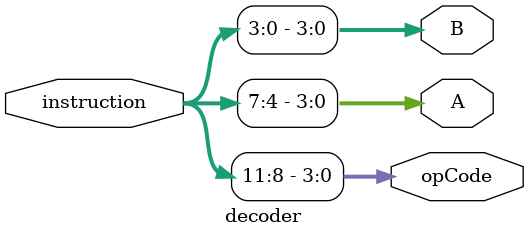
<source format=v>
`timescale 1ns / 1ps


module decoder(
        input [11:0] instruction, // 12-bit instruction: 4-bit opCode, 4-bit A, 4-bit B
  
        output [3:0] opCode, // 4-bit operation code for ALU
        output [3:0] A, // 4-bit output A for ALU
        output [3:0] B // 4-bit output B for ALU
    );
    
    // Decode the instruction into opCode, A, and B for the ALU to use
    assign opCode = instruction [11:8];
    assign A = instruction [7:4];
    assign B = instruction [3:0];
endmodule

</source>
